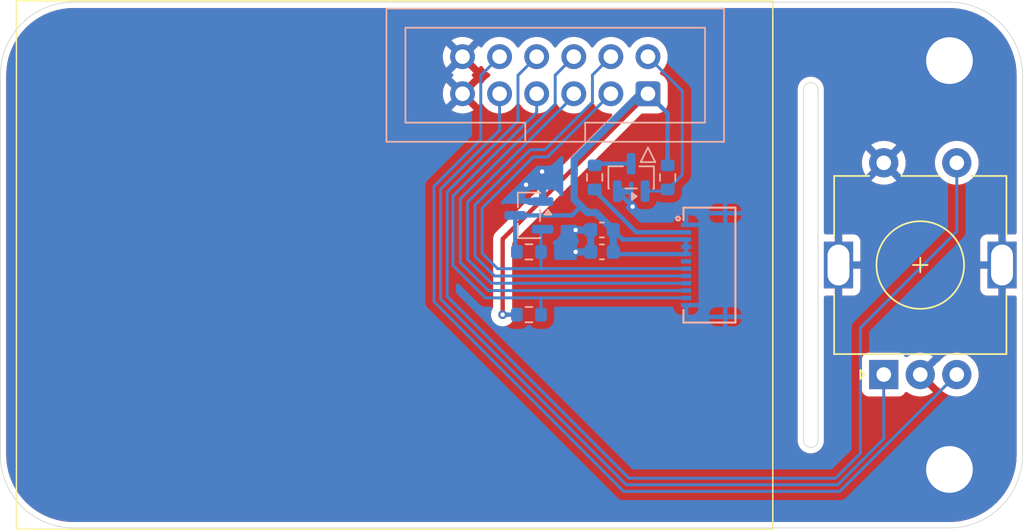
<source format=kicad_pcb>
(kicad_pcb (version 20241229) (generator "pcbnew") (generator_version "9.0")
  (layers (0 "F.Cu" signal) (2 "B.Cu" signal) (13 "F.Paste" user) (15 "B.Paste" user) (5 "F.SilkS" user "F.Silkscreen") (7 "B.SilkS" user "B.Silkscreen") (1 "F.Mask" user) (3 "B.Mask" user) (25 "Edge.Cuts" user))
  (net 0 "")
  (net 1 "+3V3")
  (net 2 "GND")
  (net 3 "/RESET")
  (net 4 "/LED_K")
  (net 5 "/RS")
  (net 6 "/CS")
  (net 7 "/SCLK")
  (net 8 "/MOSI")
  (net 9 "/ENC_B")
  (net 10 "/ENC_A")
  (net 11 "/ENC_SW")
  (net 12 "/BACKLIGHT")
  (net 13 "Net-(Q2-D)")
  (footprint "MountingHole:MountingHole_3.2mm_M3_Pad" (layer "F.Cu") (at 105 51)
    (property "Reference" "H1" (hide yes))
    (property "Value" "MountingHole_Pad" (hide yes))
    (pad "1" thru_hole circle (at 0 0) (size 6.4 6.4) (drill 3.2) (layers "*.Cu" "*.Mask") (net 2 "GND"))
  )
  (footprint "Rotary_Encoder:RotaryEncoder_Alps_EC11E-Switch_Vertical_H20mm" (layer "F.Cu") (at 103 65 90)
    (property "Reference" "SW2" (hide yes))
    (property "Value" "EC11E18244AU" (hide yes))
    (fp_line (start 6.1 -5.9) (end 6.1 -3.5) (stroke (width 0.12)) (layer "F.SilkS"))
    (fp_line (start 2 -5.9) (end 6.1 -5.9) (stroke (width 0.12)) (layer "F.SilkS"))
    (fp_line (start -2 -5.9) (end -6.1 -5.9) (stroke (width 0.12)) (layer "F.SilkS"))
    (fp_line (start -6.1 -5.9) (end -6.1 5.9) (stroke (width 0.12)) (layer "F.SilkS"))
    (fp_line (start -7.2 -4.1) (end -7.5 -3.8) (stroke (width 0.12)) (layer "F.SilkS"))
    (fp_line (start -7.8 -4.1) (end -7.2 -4.1) (stroke (width 0.12)) (layer "F.SilkS"))
    (fp_line (start -7.5 -3.8) (end -7.8 -4.1) (stroke (width 0.12)) (layer "F.SilkS"))
    (fp_line (start 6.1 -1.3) (end 6.1 1.3) (stroke (width 0.12)) (layer "F.SilkS"))
    (fp_line (start 0 -0.5) (end 0 0.5) (stroke (width 0.12)) (layer "F.SilkS"))
    (fp_line (start -0.5 0) (end 0.5 0) (stroke (width 0.12)) (layer "F.SilkS"))
    (fp_line (start 6.1 3.5) (end 6.1 5.9) (stroke (width 0.12)) (layer "F.SilkS"))
    (fp_line (start 6.1 5.9) (end 2 5.9) (stroke (width 0.12)) (layer "F.SilkS"))
    (fp_line (start -2 5.9) (end -6.1 5.9) (stroke (width 0.12)) (layer "F.SilkS"))
    (fp_circle (center 0 0) (end 3 0) (stroke (width 0.12)) (fill no) (layer "F.SilkS"))
    (pad "A" thru_hole rect (at -7.5 -2.5 90) (size 2 2) (drill 1) (layers "*.Cu" "*.Mask") (net 10 "/ENC_A"))
    (pad "B" thru_hole circle (at -7.5 2.5 90) (size 2 2) (drill 1) (layers "*.Cu" "*.Mask") (net 9 "/ENC_B"))
    (pad "C" thru_hole circle (at -7.5 0 90) (size 2 2) (drill 1) (layers "*.Cu" "*.Mask") (net 2 "GND"))
    (pad "MP" thru_hole rect (at 0 -5.6 90) (size 3.2 2) (drill oval 2.8 1.5) (layers "*.Cu" "*.Mask") (net 2 "GND"))
    (pad "MP" thru_hole rect (at 0 5.6 90) (size 3.2 2) (drill oval 2.8 1.5) (layers "*.Cu" "*.Mask") (net 2 "GND"))
    (pad "S1" thru_hole circle (at 7 2.5 90) (size 2 2) (drill 1) (layers "*.Cu" "*.Mask") (net 11 "/ENC_SW"))
    (pad "S2" thru_hole circle (at 7 -2.5 90) (size 2 2) (drill 1) (layers "*.Cu" "*.Mask") (net 2 "GND"))
  )
  (footprint "MountingHole:MountingHole_3.2mm_M3_Pad" (layer "F.Cu") (at 105 79)
    (property "Reference" "H2" (hide yes))
    (property "Value" "MountingHole_Pad" (hide yes))
    (pad "1" thru_hole circle (at 0 0) (size 6.4 6.4) (drill 3.2) (layers "*.Cu" "*.Mask") (net 2 "GND"))
  )
  (footprint "Resistor_SMD:R_0603_1608Metric" (layer "B.Cu") (at 85.7 59 90)
    (property "Reference" "R2" (hide yes))
    (property "Value" "10k" (hide yes))
    (fp_line (start -0.237258 -0.5225) (end 0.237258 -0.5225) (stroke (width 0.12)) (layer "B.SilkS"))
    (fp_line (start -0.237258 0.5225) (end 0.237258 0.5225) (stroke (width 0.12)) (layer "B.SilkS"))
    (pad "1" smd roundrect (at -0.825 0 90) (size 0.8 0.95) (layers "B.Cu" "B.Mask" "B.Paste") (net 12 "/BACKLIGHT"))
    (pad "2" smd roundrect (at 0.825 0 90) (size 0.8 0.95) (layers "B.Cu" "B.Mask" "B.Paste") (net 1 "+3V3"))
  )
  (footprint "Package_TO_SOT_SMD:SOT-23" (layer "B.Cu") (at 83.2 59 90)
    (property "Reference" "Q2" (hide yes))
    (property "Value" "BSS138" (hide yes))
    (fp_line (start 0.76 -1.56) (end -0.76 -1.56) (stroke (width 0.12)) (layer "B.SilkS"))
    (fp_line (start -0.76 -1.56) (end -0.76 -1.51) (stroke (width 0.12)) (layer "B.SilkS"))
    (fp_line (start 0.76 -0.56) (end 0.76 -1.56) (stroke (width 0.12)) (layer "B.SilkS"))
    (fp_line (start -0.76 -0.39) (end -0.76 0.39) (stroke (width 0.12)) (layer "B.SilkS"))
    (fp_line (start -0.76 1.51) (end -0.76 1.56) (stroke (width 0.12)) (layer "B.SilkS"))
    (fp_line (start 0.76 1.56) (end 0.76 0.56) (stroke (width 0.12)) (layer "B.SilkS"))
    (fp_line (start -0.76 1.56) (end 0.76 1.56) (stroke (width 0.12)) (layer "B.SilkS"))
    (fp_poly (pts (xy -1.3 0.38) (xy -1.06 0.05) (xy -1.54 0.05)) (stroke (width 0.12)) (fill yes) (layer "B.SilkS"))
    (pad "1" smd roundrect (at -0.9375 0.95 90) (size 1.475 0.6) (layers "B.Cu" "B.Mask" "B.Paste") (net 12 "/BACKLIGHT"))
    (pad "2" smd roundrect (at -0.9375 -0.95 90) (size 1.475 0.6) (layers "B.Cu" "B.Mask" "B.Paste") (net 2 "GND"))
    (pad "3" smd roundrect (at 0.9375 0 90) (size 1.475 0.6) (layers "B.Cu" "B.Mask" "B.Paste") (net 13 "Net-(Q2-D)"))
  )
  (footprint "Resistor_SMD:R_0603_1608Metric" (layer "B.Cu") (at 76.2 64.1 180)
    (property "Reference" "R4" (hide yes))
    (property "Value" "10k" (hide yes))
    (fp_line (start -0.237258 0.5225) (end 0.237258 0.5225) (stroke (width 0.12)) (layer "B.SilkS"))
    (fp_line (start -0.237258 -0.5225) (end 0.237258 -0.5225) (stroke (width 0.12)) (layer "B.SilkS"))
    (pad "1" smd roundrect (at -0.825 0 180) (size 0.8 0.95) (layers "B.Cu" "B.Mask" "B.Paste") (net 3 "/RESET"))
    (pad "2" smd roundrect (at 0.825 0 180) (size 0.8 0.95) (layers "B.Cu" "B.Mask" "B.Paste") (net 1 "+3V3"))
  )
  (footprint "LCSC:FPC-SMD_5034801200" (layer "B.Cu") (at 88.3 65 -90)
    (property "Reference" "J1" (hide yes))
    (property "Value" "Conn_01x12_MountingPin" (hide yes))
    (fp_line (start -3.93 1.52) (end -3.08 1.52) (stroke (width 0.15)) (layer "B.SilkS"))
    (fp_line (start 3.08 1.52) (end 3.94 1.52) (stroke (width 0.15)) (layer "B.SilkS"))
    (fp_line (start 3.94 1.52) (end 3.94 1.52) (stroke (width 0.15)) (layer "B.SilkS"))
    (fp_line (start 3.94 1.52) (end 3.94 -2.04) (stroke (width 0.15)) (layer "B.SilkS"))
    (fp_line (start -3.93 -2.04) (end -3.93 1.52) (stroke (width 0.15)) (layer "B.SilkS"))
    (fp_line (start 3.94 -2.04) (end -3.93 -2.04) (stroke (width 0.15)) (layer "B.SilkS"))
    (fp_circle (center -3.18 1.89) (end -3.05 1.89) (stroke (width 0.15)) (fill no) (layer "B.SilkS"))
    (pad "1" smd rect (at -2.75 1.34 90) (size 0.3 0.7) (layers "B.Cu" "B.Mask" "B.Paste") (net 2 "GND"))
    (pad "2" smd rect (at -2.25 1.34 90) (size 0.3 0.7) (layers "B.Cu" "B.Mask" "B.Paste") (net 4 "/LED_K"))
    (pad "3" smd rect (at -1.75 1.34 90) (size 0.3 0.7) (layers "B.Cu" "B.Mask" "B.Paste") (net 1 "+3V3"))
    (pad "4" smd rect (at -1.25 1.34 90) (size 0.3 0.7) (layers "B.Cu" "B.Mask" "B.Paste") (net 1 "+3V3"))
    (pad "5" smd rect (at -0.75 1.34 90) (size 0.3 0.7) (layers "B.Cu" "B.Mask" "B.Paste") (net 1 "+3V3"))
    (pad "6" smd rect (at -0.25 1.34 90) (size 0.3 0.7) (layers "B.Cu" "B.Mask" "B.Paste"))
    (pad "7" smd rect (at 0.25 1.34 90) (size 0.3 0.7) (layers "B.Cu" "B.Mask" "B.Paste") (net 3 "/RESET"))
    (pad "8" smd rect (at 0.75 1.34 90) (size 0.3 0.7) (layers "B.Cu" "B.Mask" "B.Paste") (net 8 "/MOSI"))
    (pad "9" smd rect (at 1.25 1.34 90) (size 0.3 0.7) (layers "B.Cu" "B.Mask" "B.Paste") (net 7 "/SCLK"))
    (pad "10" smd rect (at 1.75 1.34 90) (size 0.3 0.7) (layers "B.Cu" "B.Mask" "B.Paste") (net 5 "/RS"))
    (pad "11" smd rect (at 2.25 1.34 90) (size 0.3 0.7) (layers "B.Cu" "B.Mask" "B.Paste") (net 6 "/CS"))
    (pad "12" smd rect (at 2.75 1.34 90) (size 0.3 0.7) (layers "B.Cu" "B.Mask" "B.Paste") (net 2 "GND"))
    (pad "MP" smd rect (at -3.55 -1.34 270) (size 0.3 1.2) (layers "B.Cu" "B.Mask" "B.Paste") (net 2 "GND"))
    (pad "MP" smd rect (at 3.55 -1.34 90) (size 0.3 1.2) (layers "B.Cu" "B.Mask" "B.Paste") (net 2 "GND"))
  )
  (footprint "Capacitor_SMD:C_0603_1608Metric" (layer "B.Cu") (at 81.2 62.6 180)
    (property "Reference" "C1" (hide yes))
    (property "Value" "4u7" (hide yes))
    (fp_line (start -0.14058 0.51) (end 0.14058 0.51) (stroke (width 0.12)) (layer "B.SilkS"))
    (fp_line (start -0.14058 -0.51) (end 0.14058 -0.51) (stroke (width 0.12)) (layer "B.SilkS"))
    (pad "1" smd roundrect (at -0.775 0 180) (size 0.9 0.95) (layers "B.Cu" "B.Mask" "B.Paste") (net 1 "+3V3"))
    (pad "2" smd roundrect (at 0.775 0 180) (size 0.9 0.95) (layers "B.Cu" "B.Mask" "B.Paste") (net 2 "GND"))
  )
  (footprint "Package_TO_SOT_SMD:SOT-23" (layer "B.Cu") (at 76.2 61.6 180)
    (property "Reference" "U1" (hide yes))
    (property "Value" "APX803S-31SA-7" (hide yes))
    (fp_line (start 0.76 1.56) (end 0.76 0.56) (stroke (width 0.12)) (layer "B.SilkS"))
    (fp_line (start 0.76 -0.56) (end 0.76 -1.56) (stroke (width 0.12)) (layer "B.SilkS"))
    (fp_line (start 0.76 -1.56) (end -0.76 -1.56) (stroke (width 0.12)) (layer "B.SilkS"))
    (fp_line (start -0.76 1.56) (end 0.76 1.56) (stroke (width 0.12)) (layer "B.SilkS"))
    (fp_line (start -0.76 1.51) (end -0.76 1.56) (stroke (width 0.12)) (layer "B.SilkS"))
    (fp_line (start -0.76 -0.39) (end -0.76 0.39) (stroke (width 0.12)) (layer "B.SilkS"))
    (fp_line (start -0.76 -1.56) (end -0.76 -1.51) (stroke (width 0.12)) (layer "B.SilkS"))
    (fp_poly (pts (xy -1.3 0.38) (xy -1.06 0.05) (xy -1.54 0.05)) (stroke (width 0.12)) (fill yes) (layer "B.SilkS"))
    (pad "1" smd roundrect (at -0.9375 0.95 180) (size 1.475 0.6) (layers "B.Cu" "B.Mask" "B.Paste") (net 2 "GND"))
    (pad "2" smd roundrect (at -0.9375 -0.95 180) (size 1.475 0.6) (layers "B.Cu" "B.Mask" "B.Paste") (net 3 "/RESET"))
    (pad "3" smd roundrect (at 0.9375 0 180) (size 1.475 0.6) (layers "B.Cu" "B.Mask" "B.Paste") (net 1 "+3V3"))
  )
  (footprint "Resistor_SMD:R_0603_1608Metric" (layer "B.Cu") (at 80.7 59 -90)
    (property "Reference" "R1" (hide yes))
    (property "Value" "10R" (hide yes))
    (fp_line (start -0.237258 0.5225) (end 0.237258 0.5225) (stroke (width 0.12)) (layer "B.SilkS"))
    (fp_line (start -0.237258 -0.5225) (end 0.237258 -0.5225) (stroke (width 0.12)) (layer "B.SilkS"))
    (pad "1" smd roundrect (at -0.825 0 270) (size 0.8 0.95) (layers "B.Cu" "B.Mask" "B.Paste") (net 13 "Net-(Q2-D)"))
    (pad "2" smd roundrect (at 0.825 0 270) (size 0.8 0.95) (layers "B.Cu" "B.Mask" "B.Paste") (net 4 "/LED_K"))
  )
  (footprint "Capacitor_SMD:C_0603_1608Metric" (layer "B.Cu") (at 81.2 64.1 180)
    (property "Reference" "C2" (hide yes))
    (property "Value" "100n" (hide yes))
    (fp_line (start -0.14058 0.51) (end 0.14058 0.51) (stroke (width 0.12)) (layer "B.SilkS"))
    (fp_line (start -0.14058 -0.51) (end 0.14058 -0.51) (stroke (width 0.12)) (layer "B.SilkS"))
    (pad "1" smd roundrect (at -0.775 0 180) (size 0.9 0.95) (layers "B.Cu" "B.Mask" "B.Paste") (net 1 "+3V3"))
    (pad "2" smd roundrect (at 0.775 0 180) (size 0.9 0.95) (layers "B.Cu" "B.Mask" "B.Paste") (net 2 "GND"))
  )
  (footprint "Connector_IDC:IDC-Header_2x06_P2.54mm_Vertical" (layer "B.Cu") (at 78 52 90)
    (property "Reference" "J2" (hide yes))
    (property "Value" "IDC" (hide yes))
    (fp_line (start 4.56 -11.56) (end -4.56 -11.56) (stroke (width 0.12)) (layer "B.SilkS"))
    (fp_line (start -4.56 -11.56) (end -4.56 11.56) (stroke (width 0.12)) (layer "B.SilkS"))
    (fp_line (start 3.25 -10.26) (end -3.25 -10.26) (stroke (width 0.12)) (layer "B.SilkS"))
    (fp_line (start -3.25 -10.26) (end -3.25 -2.05) (stroke (width 0.12)) (layer "B.SilkS"))
    (fp_line (start -3.25 -2.05) (end -4.56 -2.05) (stroke (width 0.12)) (layer "B.SilkS"))
    (fp_line (start -3.25 2.05) (end -3.25 10.26) (stroke (width 0.12)) (layer "B.SilkS"))
    (fp_line (start -4.56 2.05) (end -3.25 2.05) (stroke (width 0.12)) (layer "B.SilkS"))
    (fp_line (start -5.95 5.85) (end -4.95 6.35) (stroke (width 0.12)) (layer "B.SilkS"))
    (fp_line (start -4.95 6.35) (end -5.95 6.85) (stroke (width 0.12)) (layer "B.SilkS"))
    (fp_line (start -5.95 6.85) (end -5.95 5.85) (stroke (width 0.12)) (layer "B.SilkS"))
    (fp_line (start 3.25 10.26) (end 3.25 -10.26) (stroke (width 0.12)) (layer "B.SilkS"))
    (fp_line (start -3.25 10.26) (end 3.25 10.26) (stroke (width 0.12)) (layer "B.SilkS"))
    (fp_line (start 4.56 11.56) (end 4.56 -11.56) (stroke (width 0.12)) (layer "B.SilkS"))
    (fp_line (start -4.56 11.56) (end 4.56 11.56) (stroke (width 0.12)) (layer "B.SilkS"))
    (pad "1" thru_hole roundrect (at -1.27 6.35 90) (size 1.7 1.7) (drill 1) (layers "*.Cu" "*.Mask") (roundrect_rratio 0.147059) (net 1 "+3V3"))
    (pad "2" thru_hole circle (at 1.27 6.35 90) (size 1.7 1.7) (drill 1) (layers "*.Cu" "*.Mask") (net 12 "/BACKLIGHT"))
    (pad "3" thru_hole circle (at -1.27 3.81 90) (size 1.7 1.7) (drill 1) (layers "*.Cu" "*.Mask") (net 3 "/RESET"))
    (pad "4" thru_hole circle (at 1.27 3.81 90) (size 1.7 1.7) (drill 1) (layers "*.Cu" "*.Mask") (net 8 "/MOSI"))
    (pad "5" thru_hole circle (at -1.27 1.27 90) (size 1.7 1.7) (drill 1) (layers "*.Cu" "*.Mask") (net 7 "/SCLK"))
    (pad "6" thru_hole circle (at 1.27 1.27 90) (size 1.7 1.7) (drill 1) (layers "*.Cu" "*.Mask") (net 5 "/RS"))
    (pad "7" thru_hole circle (at -1.27 -1.27 90) (size 1.7 1.7) (drill 1) (layers "*.Cu" "*.Mask") (net 6 "/CS"))
    (pad "8" thru_hole circle (at 1.27 -1.27 90) (size 1.7 1.7) (drill 1) (layers "*.Cu" "*.Mask") (net 11 "/ENC_SW"))
    (pad "9" thru_hole circle (at -1.27 -3.81 90) (size 1.7 1.7) (drill 1) (layers "*.Cu" "*.Mask") (net 10 "/ENC_A"))
    (pad "10" thru_hole circle (at 1.27 -3.81 90) (size 1.7 1.7) (drill 1) (layers "*.Cu" "*.Mask") (net 9 "/ENC_B"))
    (pad "11" thru_hole circle (at -1.27 -6.35 90) (size 1.7 1.7) (drill 1) (layers "*.Cu" "*.Mask") (net 2 "GND"))
    (pad "12" thru_hole circle (at 1.27 -6.35 90) (size 1.7 1.7) (drill 1) (layers "*.Cu" "*.Mask") (net 2 "GND"))
  )
  (footprint "Resistor_SMD:R_0603_1608Metric" (layer "B.Cu") (at 76.2 68.4)
    (property "Reference" "R3" (hide yes))
    (property "Value" "10k" (hide yes))
    (fp_line (start -0.237258 -0.5225) (end 0.237258 -0.5225) (stroke (width 0.12)) (layer "B.SilkS"))
    (fp_line (start -0.237258 0.5225) (end 0.237258 0.5225) (stroke (width 0.12)) (layer "B.SilkS"))
    (pad "1" smd roundrect (at -0.825 0) (size 0.8 0.95) (layers "B.Cu" "B.Mask" "B.Paste") (net 1 "+3V3"))
    (pad "2" smd roundrect (at 0.825 0) (size 0.8 0.95) (layers "B.Cu" "B.Mask" "B.Paste") (net 6 "/CS"))
  )
  (gr_rect (start 41.1 46.9) (end 92.9 83.1) (stroke (width 0.1)) (fill no) (layer "F.SilkS"))
  (gr_line (start 45 83) (end 105 83) (stroke (width 0.05)) (layer "Edge.Cuts"))
  (gr_arc (start 110 78) (mid 108.535534 81.535534) (end 105 83) (stroke (width 0.05)) (layer "Edge.Cuts"))
  (gr_line (start 96 53) (end 96 77) (stroke (width 0.05)) (layer "Edge.Cuts"))
  (gr_arc (start 105 47) (mid 108.535534 48.464466) (end 110 52) (stroke (width 0.05)) (layer "Edge.Cuts"))
  (gr_arc (start 95 53) (mid 95.5 52.5) (end 96 53) (stroke (width 0.05)) (layer "Edge.Cuts"))
  (gr_line (start 105 47) (end 45 47) (stroke (width 0.05)) (layer "Edge.Cuts"))
  (gr_arc (start 40 52) (mid 41.464466 48.464466) (end 45 47) (stroke (width 0.05)) (layer "Edge.Cuts"))
  (gr_line (start 40 78) (end 40 52) (stroke (width 0.05)) (layer "Edge.Cuts"))
  (gr_arc (start 96 77) (mid 95.5 77.5) (end 95 77) (stroke (width 0.05)) (layer "Edge.Cuts"))
  (gr_line (start 95 77) (end 95 53) (stroke (width 0.05)) (layer "Edge.Cuts"))
  (gr_line (start 110 78) (end 110 52) (stroke (width 0.05)) (layer "Edge.Cuts"))
  (gr_arc (start 45 83) (mid 41.464466 81.535534) (end 40 78) (stroke (width 0.05)) (layer "Edge.Cuts"))
  (segment (start 74.4 63.22) (end 84.35 53.27) (width 0.3) (layer "F.Cu") (net 1))
  (segment (start 74.4 68.4) (end 74.4 63.22) (width 0.3) (layer "F.Cu") (net 1))
  (via (at 74.4 68.4) (size 0.6) (drill 0.3) (layers "F.Cu" "B.Cu") (net 1))
  (segment (start 79.775 60.975) (end 79.3 60.5) (width 0.5) (layer "B.Cu") (net 1))
  (segment (start 86.96 64.25) (end 82.125 64.25) (width 0.3) (layer "B.Cu") (net 1))
  (segment (start 81.975 62.6) (end 80.775 61.4) (width 0.5) (layer "B.Cu") (net 1))
  (segment (start 79.3 57.8) (end 83.83 53.27) (width 0.5) (layer "B.Cu") (net 1))
  (segment (start 80.2 61.4) (end 79.775 60.975) (width 0.5) (layer "B.Cu") (net 1))
  (segment (start 81.975 64.1) (end 81.975 62.6) (width 0.5) (layer "B.Cu") (net 1))
  (segment (start 75.2625 63.9875) (end 75.375 64.1) (width 0.3) (layer "B.Cu") (net 1))
  (segment (start 79.3 60.5) (end 79.3 57.8) (width 0.5) (layer "B.Cu") (net 1))
  (segment (start 75.2625 61.6) (end 75.2625 63.9875) (width 0.3) (layer "B.Cu") (net 1))
  (segment (start 80.775 61.4) (end 80.2 61.4) (width 0.5) (layer "B.Cu") (net 1))
  (segment (start 85.7 58.175) (end 85.7 54.62) (width 0.3) (layer "B.Cu") (net 1))
  (segment (start 86.96 63.25) (end 82.625 63.25) (width 0.3) (layer "B.Cu") (net 1))
  (segment (start 83.83 53.27) (end 84.35 53.27) (width 0.5) (layer "B.Cu") (net 1))
  (segment (start 75.375 68.4) (end 74.4 68.4) (width 0.3) (layer "B.Cu") (net 1))
  (segment (start 82.125 64.25) (end 81.975 64.1) (width 0.3) (layer "B.Cu") (net 1))
  (segment (start 86.96 63.75) (end 86.96 63.25) (width 0.3) (layer "B.Cu") (net 1))
  (segment (start 82.625 63.25) (end 81.975 62.6) (width 0.3) (layer "B.Cu") (net 1))
  (segment (start 75.2625 61.6) (end 79.15 61.6) (width 0.3) (layer "B.Cu") (net 1))
  (segment (start 85.7 54.62) (end 84.35 53.27) (width 0.3) (layer "B.Cu") (net 1))
  (segment (start 79.15 61.6) (end 79.775 60.975) (width 0.3) (layer "B.Cu") (net 1))
  (segment (start 86.96 64.25) (end 86.96 63.75) (width 0.3) (layer "B.Cu") (net 1))
  (via (at 76 59.5) (size 0.6) (drill 0.3) (layers "F.Cu" "B.Cu") (net 2))
  (via (at 83.3 61) (size 0.6) (drill 0.3) (layers "F.Cu" "B.Cu") (net 2))
  (via (at 79.4 64.1) (size 0.6) (drill 0.3) (layers "F.Cu" "B.Cu") (net 2))
  (via (at 79.4 62.6) (size 0.6) (drill 0.3) (layers "F.Cu" "B.Cu") (net 2))
  (via (at 77.1 58.6) (size 0.6) (drill 0.3) (layers "F.Cu" "B.Cu") (net 2))
  (segment (start 83.3 61) (end 82.25 59.95) (width 0.3) (layer "B.Cu") (net 2))
  (segment (start 86.96 67.75) (end 87.85 67.75) (width 0.3) (layer "B.Cu") (net 2))
  (segment (start 82.25 59.95) (end 82.25 59.9375) (width 0.3) (layer "B.Cu") (net 2))
  (segment (start 86.96 62.25) (end 86.96 61.41) (width 0.3) (layer "B.Cu") (net 2))
  (segment (start 86.96 62.25) (end 87.85 62.25) (width 0.3) (layer "B.Cu") (net 2))
  (segment (start 86.96 67.75) (end 86.96 68.59) (width 0.3) (layer "B.Cu") (net 2))
  (segment (start 76.5 57.6) (end 77.48 57.6) (width 0.2) (layer "B.Cu") (net 3))
  (segment (start 73 64.2) (end 73 61.1) (width 0.2) (layer "B.Cu") (net 3))
  (segment (start 77.05 65.25) (end 74.05 65.25) (width 0.2) (layer "B.Cu") (net 3))
  (segment (start 77.48 57.6) (end 81.81 53.27) (width 0.2) (layer "B.Cu") (net 3))
  (segment (start 74.05 65.25) (end 73 64.2) (width 0.2) (layer "B.Cu") (net 3))
  (segment (start 77.025 64.1) (end 77.025 62.6625) (width 0.2) (layer "B.Cu") (net 3))
  (segment (start 73 61.1) (end 76.5 57.6) (width 0.2) (layer "B.Cu") (net 3))
  (segment (start 86.96 65.25) (end 77.05 65.25) (width 0.2) (layer "B.Cu") (net 3))
  (segment (start 77.025 62.6625) (end 77.1375 62.55) (width 0.2) (layer "B.Cu") (net 3))
  (segment (start 77.025 64.1) (end 77.025 65.25) (width 0.2) (layer "B.Cu") (net 3))
  (segment (start 80.7 59.9) (end 83.55 62.75) (width 0.3) (layer "B.Cu") (net 4))
  (segment (start 83.55 62.75) (end 86.96 62.75) (width 0.3) (layer "B.Cu") (net 4))
  (segment (start 80.7 59.825) (end 80.7 59.9) (width 0.3) (layer "B.Cu") (net 4))
  (segment (start 78 52) (end 79.27 50.73) (width 0.2) (layer "B.Cu") (net 5))
  (segment (start 71.500001 60.478681) (end 78 53.978682) (width 0.2) (layer "B.Cu") (net 5))
  (segment (start 78 53.978682) (end 78 52) (width 0.2) (layer "B.Cu") (net 5))
  (segment (start 73.42868 66.75) (end 71.500001 64.821321) (width 0.2) (layer "B.Cu") (net 5))
  (segment (start 71.500001 64.821321) (end 71.500001 60.478681) (width 0.2) (layer "B.Cu") (net 5))
  (segment (start 86.96 66.75) (end 73.42868 66.75) (width 0.2) (layer "B.Cu") (net 5))
  (segment (start 73.221572 67.25) (end 77 67.25) (width 0.2) (layer "B.Cu") (net 6))
  (segment (start 71 65.028428) (end 73.221572 67.25) (width 0.2) (layer "B.Cu") (net 6))
  (segment (start 76.73 53.27) (end 76.73 54.541572) (width 0.2) (layer "B.Cu") (net 6))
  (segment (start 77.025 68.4) (end 77.025 67.25) (width 0.2) (layer "B.Cu") (net 6))
  (segment (start 77 67.25) (end 86.96 67.25) (width 0.2) (layer "B.Cu") (net 6))
  (segment (start 76.73 54.541572) (end 71 60.271572) (width 0.2) (layer "B.Cu") (net 6))
  (segment (start 71 60.271572) (end 71 65.028428) (width 0.2) (layer "B.Cu") (net 6))
  (segment (start 86.96 66.25) (end 73.635786 66.25) (width 0.2) (layer "B.Cu") (net 7))
  (segment (start 79.27 53.415786) (end 79.27 53.27) (width 0.2) (layer "B.Cu") (net 7))
  (segment (start 72 64.614214) (end 72 60.685786) (width 0.2) (layer "B.Cu") (net 7))
  (segment (start 73.635786 66.25) (end 72 64.614214) (width 0.2) (layer "B.Cu") (net 7))
  (segment (start 72 60.685786) (end 79.27 53.415786) (width 0.2) (layer "B.Cu") (net 7))
  (segment (start 76.292894 57.1) (end 77.3 57.1) (width 0.2) (layer "B.Cu") (net 8))
  (segment (start 72.500001 60.892893) (end 76.292894 57.1) (width 0.2) (layer "B.Cu") (net 8))
  (segment (start 80.55 53.85) (end 80.55 51.99) (width 0.2) (layer "B.Cu") (net 8))
  (segment (start 77.3 57.1) (end 80.55 53.85) (width 0.2) (layer "B.Cu") (net 8))
  (segment (start 72.500001 64.407107) (end 72.500001 60.892893) (width 0.2) (layer "B.Cu") (net 8))
  (segment (start 73.842894 65.75) (end 72.500001 64.407107) (width 0.2) (layer "B.Cu") (net 8))
  (segment (start 80.55 51.99) (end 81.81 50.73) (width 0.2) (layer "B.Cu") (net 8))
  (segment (start 86.96 65.75) (end 73.842894 65.75) (width 0.2) (layer "B.Cu") (net 8))
  (segment (start 69.700001 59.599999) (end 72.9 56.4) (width 0.2) (layer "B.Cu") (net 9))
  (segment (start 82.677208 80.5) (end 69.700001 67.522793) (width 0.2) (layer "B.Cu") (net 9))
  (segment (start 69.700001 67.522793) (end 69.700001 59.599999) (width 0.2) (layer "B.Cu") (net 9))
  (segment (start 72.9 56.4) (end 72.9 52.02) (width 0.2) (layer "B.Cu") (net 9))
  (segment (start 97.5 80.5) (end 82.677208 80.5) (width 0.2) (layer "B.Cu") (net 9))
  (segment (start 105.5 72.5) (end 97.5 80.5) (width 0.2) (layer "B.Cu") (net 9))
  (segment (start 72.9 52.02) (end 74.19 50.73) (width 0.2) (layer "B.Cu") (net 9))
  (segment (start 100.5 76.9) (end 97.35 80.05) (width 0.2) (layer "B.Cu") (net 10))
  (segment (start 82.863604 80.05) (end 70.150001 67.336397) (width 0.2) (layer "B.Cu") (net 10))
  (segment (start 70.150001 67.336397) (end 70.150001 59.799999) (width 0.2) (layer "B.Cu") (net 10))
  (segment (start 97.35 80.05) (end 82.863604 80.05) (width 0.2) (layer "B.Cu") (net 10))
  (segment (start 100.5 72.5) (end 100.5 76.9) (width 0.2) (layer "B.Cu") (net 10))
  (segment (start 70.150001 59.799999) (end 74.19 55.76) (width 0.2) (layer "B.Cu") (net 10))
  (segment (start 74.19 55.76) (end 74.19 53.27) (width 0.2) (layer "B.Cu") (net 10))
  (segment (start 83.05 79.6) (end 70.6 67.15) (width 0.2) (layer "B.Cu") (net 11))
  (segment (start 105.5 62.7) (end 98.9 69.3) (width 0.2) (layer "B.Cu") (net 11))
  (segment (start 105.5 58) (end 105.5 62.7) (width 0.2) (layer "B.Cu") (net 11))
  (segment (start 98.9 77.9) (end 97.2 79.6) (width 0.2) (layer "B.Cu") (net 11))
  (segment (start 70.6 67.15) (end 70.6 60) (width 0.2) (layer "B.Cu") (net 11))
  (segment (start 75.45 55.15) (end 75.45 52.01) (width 0.2) (layer "B.Cu") (net 11))
  (segment (start 97.2 79.6) (end 83.05 79.6) (width 0.2) (layer "B.Cu") (net 11))
  (segment (start 75.45 52.01) (end 76.73 50.73) (width 0.2) (layer "B.Cu") (net 11))
  (segment (start 98.9 69.3) (end 98.9 77.9) (width 0.2) (layer "B.Cu") (net 11))
  (segment (start 70.6 60) (end 75.45 55.15) (width 0.2) (layer "B.Cu") (net 11))
  (segment (start 85.5875 59.9375) (end 85.7 59.825) (width 0.2) (layer "B.Cu") (net 12))
  (segment (start 85.7 59.825) (end 86.7 58.825) (width 0.2) (layer "B.Cu") (net 12))
  (segment (start 86.7 58.825) (end 86.7 53.08) (width 0.2) (layer "B.Cu") (net 12))
  (segment (start 86.7 53.08) (end 84.35 50.73) (width 0.2) (layer "B.Cu") (net 12))
  (segment (start 84.15 59.9375) (end 85.5875 59.9375) (width 0.2) (layer "B.Cu") (net 12))
  (segment (start 83.2 58.0625) (end 80.8125 58.0625) (width 0.3) (layer "B.Cu") (net 13))
  (segment (start 80.8125 58.0625) (end 80.7 58.175) (width 0.5) (layer "B.Cu") (net 13))
  (zone (net 2) (net_name "GND") (layers "F.Cu" "B.Cu") (connect_pads (clearance 0.5)) (min_thickness 0.25) (fill yes (thermal_gap 0.5) (thermal_bridge_width 0.5))
    (polygon (pts (xy 40 47) (xy 110 47) (xy 110 83) (xy 40 83)))
  )
)
</source>
